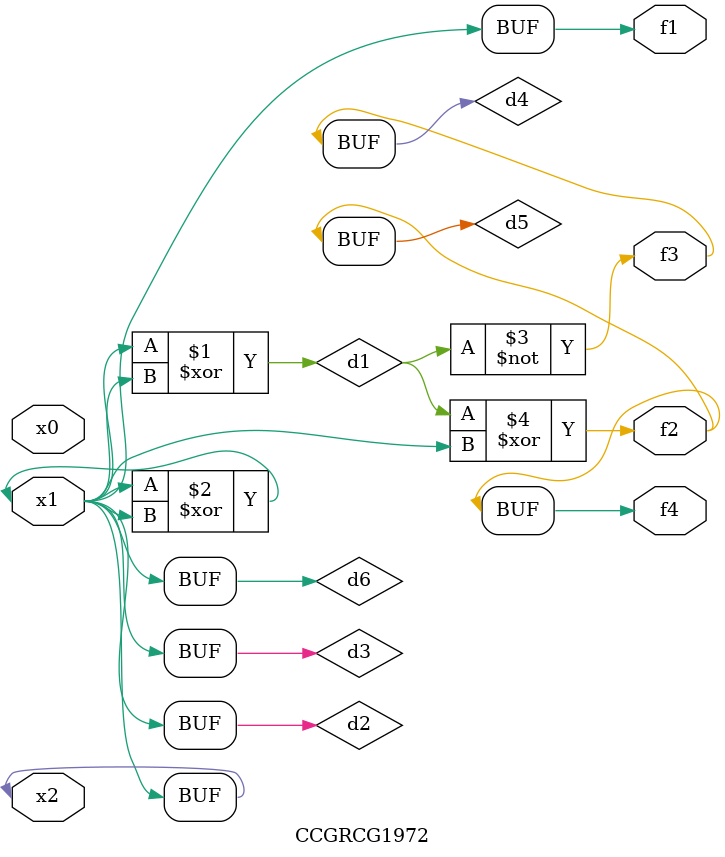
<source format=v>
module CCGRCG1972(
	input x0, x1, x2,
	output f1, f2, f3, f4
);

	wire d1, d2, d3, d4, d5, d6;

	xor (d1, x1, x2);
	buf (d2, x1, x2);
	xor (d3, x1, x2);
	nor (d4, d1);
	xor (d5, d1, d2);
	buf (d6, d2, d3);
	assign f1 = d6;
	assign f2 = d5;
	assign f3 = d4;
	assign f4 = d5;
endmodule

</source>
